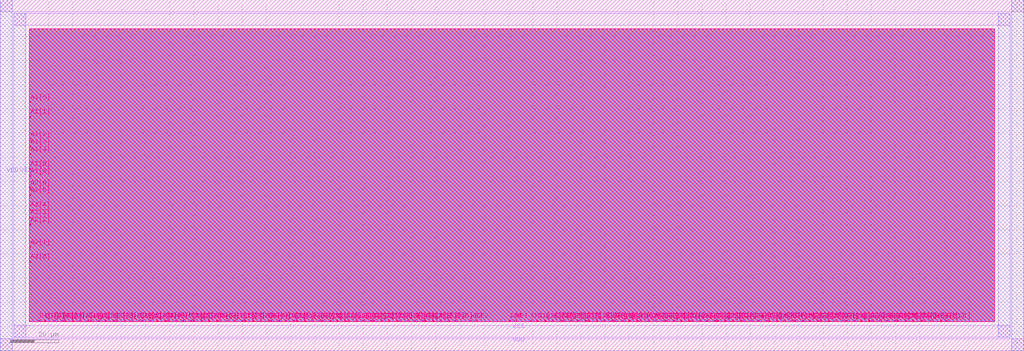
<source format=lef>
VERSION 5.6 ;
BUSBITCHARS "[]" ;
DIVIDERCHAR "/" ;

MACRO MEM2_128X32
  CLASS BLOCK ;
  ORIGIN 0 0 ;
  FOREIGN MEM2_128X32 0 0 ;
  SIZE 423.015 BY 145.035 ;
  SYMMETRY X Y R90 ;
  PIN A1[0]
    DIRECTION INPUT ;
    USE SIGNAL ;
    PORT
      LAYER Metal5 ;
        RECT 12 102.42 12.66 103.08 ;
      LAYER Metal6 ;
        RECT 12 102.42 12.66 103.08 ;
      LAYER Metal3 ;
        RECT 12 102.42 12.66 103.08 ;
      LAYER Metal4 ;
        RECT 12 102.42 12.66 103.08 ;
    END
  END A1[0]
  PIN A1[1]
    DIRECTION INPUT ;
    USE SIGNAL ;
    PORT
      LAYER Metal5 ;
        RECT 12 96.3 12.66 96.96 ;
      LAYER Metal6 ;
        RECT 12 96.3 12.66 96.96 ;
      LAYER Metal3 ;
        RECT 12 96.3 12.66 96.96 ;
      LAYER Metal4 ;
        RECT 12 96.3 12.66 96.96 ;
    END
  END A1[1]
  PIN A1[2]
    DIRECTION INPUT ;
    USE SIGNAL ;
    PORT
      LAYER Metal5 ;
        RECT 12 87.08 12.66 87.74 ;
      LAYER Metal6 ;
        RECT 12 87.08 12.66 87.74 ;
      LAYER Metal3 ;
        RECT 12 87.08 12.66 87.74 ;
      LAYER Metal4 ;
        RECT 12 87.08 12.66 87.74 ;
    END
  END A1[2]
  PIN A1[3]
    DIRECTION INPUT ;
    USE SIGNAL ;
    PORT
      LAYER Metal5 ;
        RECT 12 84.06 12.66 84.72 ;
      LAYER Metal6 ;
        RECT 12 84.06 12.66 84.72 ;
      LAYER Metal3 ;
        RECT 12 84.06 12.66 84.72 ;
      LAYER Metal4 ;
        RECT 12 84.06 12.66 84.72 ;
    END
  END A1[3]
  PIN A1[4]
    DIRECTION INPUT ;
    USE SIGNAL ;
    PORT
      LAYER Metal5 ;
        RECT 12 80.96 12.66 81.62 ;
      LAYER Metal6 ;
        RECT 12 80.96 12.66 81.62 ;
      LAYER Metal3 ;
        RECT 12 80.96 12.66 81.62 ;
      LAYER Metal4 ;
        RECT 12 80.96 12.66 81.62 ;
    END
  END A1[4]
  PIN A1[5]
    DIRECTION INPUT ;
    USE SIGNAL ;
    PORT
      LAYER Metal5 ;
        RECT 12 74.84 12.66 75.5 ;
      LAYER Metal6 ;
        RECT 12 74.84 12.66 75.5 ;
      LAYER Metal3 ;
        RECT 12 74.84 12.66 75.5 ;
      LAYER Metal4 ;
        RECT 12 74.84 12.66 75.5 ;
    END
  END A1[5]
  PIN A1[6]
    DIRECTION INPUT ;
    USE SIGNAL ;
    PORT
      LAYER Metal5 ;
        RECT 12 71.82 12.66 72.48 ;
      LAYER Metal6 ;
        RECT 12 71.82 12.66 72.48 ;
      LAYER Metal3 ;
        RECT 12 71.82 12.66 72.48 ;
      LAYER Metal4 ;
        RECT 12 71.82 12.66 72.48 ;
    END
  END A1[6]
  PIN A2[0]
    DIRECTION INPUT ;
    USE SIGNAL ;
    PORT
      LAYER Metal5 ;
        RECT 12 36.4 12.66 37.06 ;
      LAYER Metal6 ;
        RECT 12 36.4 12.66 37.06 ;
      LAYER Metal3 ;
        RECT 12 36.4 12.66 37.06 ;
      LAYER Metal4 ;
        RECT 12 36.4 12.66 37.06 ;
    END
  END A2[0]
  PIN A2[1]
    DIRECTION INPUT ;
    USE SIGNAL ;
    PORT
      LAYER Metal5 ;
        RECT 12 42.52 12.66 43.18 ;
      LAYER Metal6 ;
        RECT 12 42.52 12.66 43.18 ;
      LAYER Metal3 ;
        RECT 12 42.52 12.66 43.18 ;
      LAYER Metal4 ;
        RECT 12 42.52 12.66 43.18 ;
    END
  END A2[1]
  PIN A2[2]
    DIRECTION INPUT ;
    USE SIGNAL ;
    PORT
      LAYER Metal5 ;
        RECT 12 51.74 12.66 52.4 ;
      LAYER Metal6 ;
        RECT 12 51.74 12.66 52.4 ;
      LAYER Metal3 ;
        RECT 12 51.74 12.66 52.4 ;
      LAYER Metal4 ;
        RECT 12 51.74 12.66 52.4 ;
    END
  END A2[2]
  PIN A2[3]
    DIRECTION INPUT ;
    USE SIGNAL ;
    PORT
      LAYER Metal5 ;
        RECT 12 54.76 12.66 55.42 ;
      LAYER Metal6 ;
        RECT 12 54.76 12.66 55.42 ;
      LAYER Metal3 ;
        RECT 12 54.76 12.66 55.42 ;
      LAYER Metal4 ;
        RECT 12 54.76 12.66 55.42 ;
    END
  END A2[3]
  PIN A2[4]
    DIRECTION INPUT ;
    USE SIGNAL ;
    PORT
      LAYER Metal5 ;
        RECT 12 57.86 12.66 58.52 ;
      LAYER Metal6 ;
        RECT 12 57.86 12.66 58.52 ;
      LAYER Metal3 ;
        RECT 12 57.86 12.66 58.52 ;
      LAYER Metal4 ;
        RECT 12 57.86 12.66 58.52 ;
    END
  END A2[4]
  PIN A2[5]
    DIRECTION INPUT ;
    USE SIGNAL ;
    PORT
      LAYER Metal5 ;
        RECT 12 63.98 12.66 64.64 ;
      LAYER Metal6 ;
        RECT 12 63.98 12.66 64.64 ;
      LAYER Metal3 ;
        RECT 12 63.98 12.66 64.64 ;
      LAYER Metal4 ;
        RECT 12 63.98 12.66 64.64 ;
    END
  END A2[5]
  PIN A2[6]
    DIRECTION INPUT ;
    USE SIGNAL ;
    PORT
      LAYER Metal5 ;
        RECT 12 67 12.66 67.66 ;
      LAYER Metal6 ;
        RECT 12 67 12.66 67.66 ;
      LAYER Metal3 ;
        RECT 12 67 12.66 67.66 ;
      LAYER Metal4 ;
        RECT 12 67 12.66 67.66 ;
    END
  END A2[6]
  PIN CE1
    DIRECTION INPUT ;
    USE SIGNAL ;
    PORT
      LAYER Metal5 ;
        RECT 210.28 12 210.94 12.66 ;
      LAYER Metal6 ;
        RECT 210.28 12 210.94 12.66 ;
      LAYER Metal3 ;
        RECT 210.28 12 210.94 12.66 ;
      LAYER Metal4 ;
        RECT 210.28 12 210.94 12.66 ;
    END
  END CE1
  PIN CE2
    DIRECTION INPUT ;
    USE SIGNAL ;
    PORT
      LAYER Metal5 ;
        RECT 196.36 12 197.02 12.66 ;
      LAYER Metal6 ;
        RECT 196.36 12 197.02 12.66 ;
      LAYER Metal3 ;
        RECT 196.36 12 197.02 12.66 ;
      LAYER Metal4 ;
        RECT 196.36 12 197.02 12.66 ;
    END
  END CE2
  PIN CK1
    DIRECTION INPUT ;
    USE SIGNAL ;
    PORT
      LAYER Metal5 ;
        RECT 218.905 12 219.565 12.66 ;
      LAYER Metal6 ;
        RECT 218.905 12 219.565 12.66 ;
      LAYER Metal3 ;
        RECT 218.905 12 219.565 12.66 ;
      LAYER Metal4 ;
        RECT 218.905 12 219.565 12.66 ;
    END
  END CK1
  PIN CK2
    DIRECTION INPUT ;
    USE SIGNAL ;
    PORT
      LAYER Metal5 ;
        RECT 187.735 12 188.395 12.66 ;
      LAYER Metal6 ;
        RECT 187.735 12 188.395 12.66 ;
      LAYER Metal3 ;
        RECT 187.735 12 188.395 12.66 ;
      LAYER Metal4 ;
        RECT 187.735 12 188.395 12.66 ;
    END
  END CK2
  PIN D1[0]
    DIRECTION INPUT ;
    USE SIGNAL ;
    PORT
      LAYER Metal5 ;
        RECT 15.86 12 16.52 12.66 ;
      LAYER Metal6 ;
        RECT 15.86 12 16.52 12.66 ;
      LAYER Metal3 ;
        RECT 15.86 12 16.52 12.66 ;
      LAYER Metal4 ;
        RECT 15.86 12 16.52 12.66 ;
    END
  END D1[0]
  PIN D1[10]
    DIRECTION INPUT ;
    USE SIGNAL ;
    PORT
      LAYER Metal5 ;
        RECT 122.26 12 122.92 12.66 ;
      LAYER Metal6 ;
        RECT 122.26 12 122.92 12.66 ;
      LAYER Metal3 ;
        RECT 122.26 12 122.92 12.66 ;
      LAYER Metal4 ;
        RECT 122.26 12 122.92 12.66 ;
    END
  END D1[10]
  PIN D1[11]
    DIRECTION INPUT ;
    USE SIGNAL ;
    PORT
      LAYER Metal5 ;
        RECT 142.4 12 143.06 12.66 ;
      LAYER Metal6 ;
        RECT 142.4 12 143.06 12.66 ;
      LAYER Metal3 ;
        RECT 142.4 12 143.06 12.66 ;
      LAYER Metal4 ;
        RECT 142.4 12 143.06 12.66 ;
    END
  END D1[11]
  PIN D1[12]
    DIRECTION INPUT ;
    USE SIGNAL ;
    PORT
      LAYER Metal5 ;
        RECT 143.54 12 144.2 12.66 ;
      LAYER Metal6 ;
        RECT 143.54 12 144.2 12.66 ;
      LAYER Metal3 ;
        RECT 143.54 12 144.2 12.66 ;
      LAYER Metal4 ;
        RECT 143.54 12 144.2 12.66 ;
    END
  END D1[12]
  PIN D1[13]
    DIRECTION INPUT ;
    USE SIGNAL ;
    PORT
      LAYER Metal5 ;
        RECT 163.68 12 164.34 12.66 ;
      LAYER Metal6 ;
        RECT 163.68 12 164.34 12.66 ;
      LAYER Metal3 ;
        RECT 163.68 12 164.34 12.66 ;
      LAYER Metal4 ;
        RECT 163.68 12 164.34 12.66 ;
    END
  END D1[13]
  PIN D1[14]
    DIRECTION INPUT ;
    USE SIGNAL ;
    PORT
      LAYER Metal5 ;
        RECT 164.82 12 165.48 12.66 ;
      LAYER Metal6 ;
        RECT 164.82 12 165.48 12.66 ;
      LAYER Metal3 ;
        RECT 164.82 12 165.48 12.66 ;
      LAYER Metal4 ;
        RECT 164.82 12 165.48 12.66 ;
    END
  END D1[14]
  PIN D1[15]
    DIRECTION INPUT ;
    USE SIGNAL ;
    PORT
      LAYER Metal5 ;
        RECT 184.96 12 185.62 12.66 ;
      LAYER Metal6 ;
        RECT 184.96 12 185.62 12.66 ;
      LAYER Metal3 ;
        RECT 184.96 12 185.62 12.66 ;
      LAYER Metal4 ;
        RECT 184.96 12 185.62 12.66 ;
    END
  END D1[15]
  PIN D1[16]
    DIRECTION INPUT ;
    USE SIGNAL ;
    PORT
      LAYER Metal5 ;
        RECT 221.68 12 222.34 12.66 ;
      LAYER Metal6 ;
        RECT 221.68 12 222.34 12.66 ;
      LAYER Metal3 ;
        RECT 221.68 12 222.34 12.66 ;
      LAYER Metal4 ;
        RECT 221.68 12 222.34 12.66 ;
    END
  END D1[16]
  PIN D1[17]
    DIRECTION INPUT ;
    USE SIGNAL ;
    PORT
      LAYER Metal5 ;
        RECT 241.82 12 242.48 12.66 ;
      LAYER Metal6 ;
        RECT 241.82 12 242.48 12.66 ;
      LAYER Metal3 ;
        RECT 241.82 12 242.48 12.66 ;
      LAYER Metal4 ;
        RECT 241.82 12 242.48 12.66 ;
    END
  END D1[17]
  PIN D1[18]
    DIRECTION INPUT ;
    USE SIGNAL ;
    PORT
      LAYER Metal5 ;
        RECT 242.96 12 243.62 12.66 ;
      LAYER Metal6 ;
        RECT 242.96 12 243.62 12.66 ;
      LAYER Metal3 ;
        RECT 242.96 12 243.62 12.66 ;
      LAYER Metal4 ;
        RECT 242.96 12 243.62 12.66 ;
    END
  END D1[18]
  PIN D1[19]
    DIRECTION INPUT ;
    USE SIGNAL ;
    PORT
      LAYER Metal5 ;
        RECT 263.1 12 263.76 12.66 ;
      LAYER Metal6 ;
        RECT 263.1 12 263.76 12.66 ;
      LAYER Metal3 ;
        RECT 263.1 12 263.76 12.66 ;
      LAYER Metal4 ;
        RECT 263.1 12 263.76 12.66 ;
    END
  END D1[19]
  PIN D1[1]
    DIRECTION INPUT ;
    USE SIGNAL ;
    PORT
      LAYER Metal5 ;
        RECT 36 12 36.66 12.66 ;
      LAYER Metal6 ;
        RECT 36 12 36.66 12.66 ;
      LAYER Metal3 ;
        RECT 36 12 36.66 12.66 ;
      LAYER Metal4 ;
        RECT 36 12 36.66 12.66 ;
    END
  END D1[1]
  PIN D1[20]
    DIRECTION INPUT ;
    USE SIGNAL ;
    PORT
      LAYER Metal5 ;
        RECT 264.24 12 264.9 12.66 ;
      LAYER Metal6 ;
        RECT 264.24 12 264.9 12.66 ;
      LAYER Metal3 ;
        RECT 264.24 12 264.9 12.66 ;
      LAYER Metal4 ;
        RECT 264.24 12 264.9 12.66 ;
    END
  END D1[20]
  PIN D1[21]
    DIRECTION INPUT ;
    USE SIGNAL ;
    PORT
      LAYER Metal5 ;
        RECT 284.38 12 285.04 12.66 ;
      LAYER Metal6 ;
        RECT 284.38 12 285.04 12.66 ;
      LAYER Metal3 ;
        RECT 284.38 12 285.04 12.66 ;
      LAYER Metal4 ;
        RECT 284.38 12 285.04 12.66 ;
    END
  END D1[21]
  PIN D1[22]
    DIRECTION INPUT ;
    USE SIGNAL ;
    PORT
      LAYER Metal5 ;
        RECT 285.52 12 286.18 12.66 ;
      LAYER Metal6 ;
        RECT 285.52 12 286.18 12.66 ;
      LAYER Metal3 ;
        RECT 285.52 12 286.18 12.66 ;
      LAYER Metal4 ;
        RECT 285.52 12 286.18 12.66 ;
    END
  END D1[22]
  PIN D1[23]
    DIRECTION INPUT ;
    USE SIGNAL ;
    PORT
      LAYER Metal5 ;
        RECT 305.66 12 306.32 12.66 ;
      LAYER Metal6 ;
        RECT 305.66 12 306.32 12.66 ;
      LAYER Metal3 ;
        RECT 305.66 12 306.32 12.66 ;
      LAYER Metal4 ;
        RECT 305.66 12 306.32 12.66 ;
    END
  END D1[23]
  PIN D1[24]
    DIRECTION INPUT ;
    USE SIGNAL ;
    PORT
      LAYER Metal5 ;
        RECT 306.8 12 307.46 12.66 ;
      LAYER Metal6 ;
        RECT 306.8 12 307.46 12.66 ;
      LAYER Metal3 ;
        RECT 306.8 12 307.46 12.66 ;
      LAYER Metal4 ;
        RECT 306.8 12 307.46 12.66 ;
    END
  END D1[24]
  PIN D1[25]
    DIRECTION INPUT ;
    USE SIGNAL ;
    PORT
      LAYER Metal5 ;
        RECT 326.94 12 327.6 12.66 ;
      LAYER Metal6 ;
        RECT 326.94 12 327.6 12.66 ;
      LAYER Metal3 ;
        RECT 326.94 12 327.6 12.66 ;
      LAYER Metal4 ;
        RECT 326.94 12 327.6 12.66 ;
    END
  END D1[25]
  PIN D1[26]
    DIRECTION INPUT ;
    USE SIGNAL ;
    PORT
      LAYER Metal5 ;
        RECT 328.08 12 328.74 12.66 ;
      LAYER Metal6 ;
        RECT 328.08 12 328.74 12.66 ;
      LAYER Metal3 ;
        RECT 328.08 12 328.74 12.66 ;
      LAYER Metal4 ;
        RECT 328.08 12 328.74 12.66 ;
    END
  END D1[26]
  PIN D1[27]
    DIRECTION INPUT ;
    USE SIGNAL ;
    PORT
      LAYER Metal5 ;
        RECT 348.22 12 348.88 12.66 ;
      LAYER Metal6 ;
        RECT 348.22 12 348.88 12.66 ;
      LAYER Metal3 ;
        RECT 348.22 12 348.88 12.66 ;
      LAYER Metal4 ;
        RECT 348.22 12 348.88 12.66 ;
    END
  END D1[27]
  PIN D1[28]
    DIRECTION INPUT ;
    USE SIGNAL ;
    PORT
      LAYER Metal5 ;
        RECT 349.36 12 350.02 12.66 ;
      LAYER Metal6 ;
        RECT 349.36 12 350.02 12.66 ;
      LAYER Metal3 ;
        RECT 349.36 12 350.02 12.66 ;
      LAYER Metal4 ;
        RECT 349.36 12 350.02 12.66 ;
    END
  END D1[28]
  PIN D1[29]
    DIRECTION INPUT ;
    USE SIGNAL ;
    PORT
      LAYER Metal5 ;
        RECT 369.5 12 370.16 12.66 ;
      LAYER Metal6 ;
        RECT 369.5 12 370.16 12.66 ;
      LAYER Metal3 ;
        RECT 369.5 12 370.16 12.66 ;
      LAYER Metal4 ;
        RECT 369.5 12 370.16 12.66 ;
    END
  END D1[29]
  PIN D1[2]
    DIRECTION INPUT ;
    USE SIGNAL ;
    PORT
      LAYER Metal5 ;
        RECT 37.14 12 37.8 12.66 ;
      LAYER Metal6 ;
        RECT 37.14 12 37.8 12.66 ;
      LAYER Metal3 ;
        RECT 37.14 12 37.8 12.66 ;
      LAYER Metal4 ;
        RECT 37.14 12 37.8 12.66 ;
    END
  END D1[2]
  PIN D1[30]
    DIRECTION INPUT ;
    USE SIGNAL ;
    PORT
      LAYER Metal5 ;
        RECT 370.64 12 371.3 12.66 ;
      LAYER Metal6 ;
        RECT 370.64 12 371.3 12.66 ;
      LAYER Metal3 ;
        RECT 370.64 12 371.3 12.66 ;
      LAYER Metal4 ;
        RECT 370.64 12 371.3 12.66 ;
    END
  END D1[30]
  PIN D1[31]
    DIRECTION INPUT ;
    USE SIGNAL ;
    PORT
      LAYER Metal5 ;
        RECT 390.78 12 391.44 12.66 ;
      LAYER Metal6 ;
        RECT 390.78 12 391.44 12.66 ;
      LAYER Metal3 ;
        RECT 390.78 12 391.44 12.66 ;
      LAYER Metal4 ;
        RECT 390.78 12 391.44 12.66 ;
    END
  END D1[31]
  PIN D1[3]
    DIRECTION INPUT ;
    USE SIGNAL ;
    PORT
      LAYER Metal5 ;
        RECT 57.28 12 57.94 12.66 ;
      LAYER Metal6 ;
        RECT 57.28 12 57.94 12.66 ;
      LAYER Metal3 ;
        RECT 57.28 12 57.94 12.66 ;
      LAYER Metal4 ;
        RECT 57.28 12 57.94 12.66 ;
    END
  END D1[3]
  PIN D1[4]
    DIRECTION INPUT ;
    USE SIGNAL ;
    PORT
      LAYER Metal5 ;
        RECT 58.42 12 59.08 12.66 ;
      LAYER Metal6 ;
        RECT 58.42 12 59.08 12.66 ;
      LAYER Metal3 ;
        RECT 58.42 12 59.08 12.66 ;
      LAYER Metal4 ;
        RECT 58.42 12 59.08 12.66 ;
    END
  END D1[4]
  PIN D1[5]
    DIRECTION INPUT ;
    USE SIGNAL ;
    PORT
      LAYER Metal5 ;
        RECT 78.56 12 79.22 12.66 ;
      LAYER Metal6 ;
        RECT 78.56 12 79.22 12.66 ;
      LAYER Metal3 ;
        RECT 78.56 12 79.22 12.66 ;
      LAYER Metal4 ;
        RECT 78.56 12 79.22 12.66 ;
    END
  END D1[5]
  PIN D1[6]
    DIRECTION INPUT ;
    USE SIGNAL ;
    PORT
      LAYER Metal5 ;
        RECT 79.7 12 80.36 12.66 ;
      LAYER Metal6 ;
        RECT 79.7 12 80.36 12.66 ;
      LAYER Metal3 ;
        RECT 79.7 12 80.36 12.66 ;
      LAYER Metal4 ;
        RECT 79.7 12 80.36 12.66 ;
    END
  END D1[6]
  PIN D1[7]
    DIRECTION INPUT ;
    USE SIGNAL ;
    PORT
      LAYER Metal5 ;
        RECT 99.84 12 100.5 12.66 ;
      LAYER Metal6 ;
        RECT 99.84 12 100.5 12.66 ;
      LAYER Metal3 ;
        RECT 99.84 12 100.5 12.66 ;
      LAYER Metal4 ;
        RECT 99.84 12 100.5 12.66 ;
    END
  END D1[7]
  PIN D1[8]
    DIRECTION INPUT ;
    USE SIGNAL ;
    PORT
      LAYER Metal5 ;
        RECT 100.98 12 101.64 12.66 ;
      LAYER Metal6 ;
        RECT 100.98 12 101.64 12.66 ;
      LAYER Metal3 ;
        RECT 100.98 12 101.64 12.66 ;
      LAYER Metal4 ;
        RECT 100.98 12 101.64 12.66 ;
    END
  END D1[8]
  PIN D1[9]
    DIRECTION INPUT ;
    USE SIGNAL ;
    PORT
      LAYER Metal5 ;
        RECT 121.12 12 121.78 12.66 ;
      LAYER Metal6 ;
        RECT 121.12 12 121.78 12.66 ;
      LAYER Metal3 ;
        RECT 121.12 12 121.78 12.66 ;
      LAYER Metal4 ;
        RECT 121.12 12 121.78 12.66 ;
    END
  END D1[9]
  PIN D2[0]
    DIRECTION INPUT ;
    USE SIGNAL ;
    PORT
      LAYER Metal5 ;
        RECT 25.36 12 26.02 12.66 ;
      LAYER Metal6 ;
        RECT 25.36 12 26.02 12.66 ;
      LAYER Metal3 ;
        RECT 25.36 12 26.02 12.66 ;
      LAYER Metal4 ;
        RECT 25.36 12 26.02 12.66 ;
    END
  END D2[0]
  PIN D2[10]
    DIRECTION INPUT ;
    USE SIGNAL ;
    PORT
      LAYER Metal5 ;
        RECT 131.76 12 132.42 12.66 ;
      LAYER Metal6 ;
        RECT 131.76 12 132.42 12.66 ;
      LAYER Metal3 ;
        RECT 131.76 12 132.42 12.66 ;
      LAYER Metal4 ;
        RECT 131.76 12 132.42 12.66 ;
    END
  END D2[10]
  PIN D2[11]
    DIRECTION INPUT ;
    USE SIGNAL ;
    PORT
      LAYER Metal5 ;
        RECT 132.9 12 133.56 12.66 ;
      LAYER Metal6 ;
        RECT 132.9 12 133.56 12.66 ;
      LAYER Metal3 ;
        RECT 132.9 12 133.56 12.66 ;
      LAYER Metal4 ;
        RECT 132.9 12 133.56 12.66 ;
    END
  END D2[11]
  PIN D2[12]
    DIRECTION INPUT ;
    USE SIGNAL ;
    PORT
      LAYER Metal5 ;
        RECT 153.04 12 153.7 12.66 ;
      LAYER Metal6 ;
        RECT 153.04 12 153.7 12.66 ;
      LAYER Metal3 ;
        RECT 153.04 12 153.7 12.66 ;
      LAYER Metal4 ;
        RECT 153.04 12 153.7 12.66 ;
    END
  END D2[12]
  PIN D2[13]
    DIRECTION INPUT ;
    USE SIGNAL ;
    PORT
      LAYER Metal5 ;
        RECT 154.18 12 154.84 12.66 ;
      LAYER Metal6 ;
        RECT 154.18 12 154.84 12.66 ;
      LAYER Metal3 ;
        RECT 154.18 12 154.84 12.66 ;
      LAYER Metal4 ;
        RECT 154.18 12 154.84 12.66 ;
    END
  END D2[13]
  PIN D2[14]
    DIRECTION INPUT ;
    USE SIGNAL ;
    PORT
      LAYER Metal5 ;
        RECT 174.32 12 174.98 12.66 ;
      LAYER Metal6 ;
        RECT 174.32 12 174.98 12.66 ;
      LAYER Metal3 ;
        RECT 174.32 12 174.98 12.66 ;
      LAYER Metal4 ;
        RECT 174.32 12 174.98 12.66 ;
    END
  END D2[14]
  PIN D2[15]
    DIRECTION INPUT ;
    USE SIGNAL ;
    PORT
      LAYER Metal5 ;
        RECT 175.46 12 176.12 12.66 ;
      LAYER Metal6 ;
        RECT 175.46 12 176.12 12.66 ;
      LAYER Metal3 ;
        RECT 175.46 12 176.12 12.66 ;
      LAYER Metal4 ;
        RECT 175.46 12 176.12 12.66 ;
    END
  END D2[15]
  PIN D2[16]
    DIRECTION INPUT ;
    USE SIGNAL ;
    PORT
      LAYER Metal5 ;
        RECT 231.18 12 231.84 12.66 ;
      LAYER Metal6 ;
        RECT 231.18 12 231.84 12.66 ;
      LAYER Metal3 ;
        RECT 231.18 12 231.84 12.66 ;
      LAYER Metal4 ;
        RECT 231.18 12 231.84 12.66 ;
    END
  END D2[16]
  PIN D2[17]
    DIRECTION INPUT ;
    USE SIGNAL ;
    PORT
      LAYER Metal5 ;
        RECT 232.32 12 232.98 12.66 ;
      LAYER Metal6 ;
        RECT 232.32 12 232.98 12.66 ;
      LAYER Metal3 ;
        RECT 232.32 12 232.98 12.66 ;
      LAYER Metal4 ;
        RECT 232.32 12 232.98 12.66 ;
    END
  END D2[17]
  PIN D2[18]
    DIRECTION INPUT ;
    USE SIGNAL ;
    PORT
      LAYER Metal5 ;
        RECT 252.46 12 253.12 12.66 ;
      LAYER Metal6 ;
        RECT 252.46 12 253.12 12.66 ;
      LAYER Metal3 ;
        RECT 252.46 12 253.12 12.66 ;
      LAYER Metal4 ;
        RECT 252.46 12 253.12 12.66 ;
    END
  END D2[18]
  PIN D2[19]
    DIRECTION INPUT ;
    USE SIGNAL ;
    PORT
      LAYER Metal5 ;
        RECT 253.6 12 254.26 12.66 ;
      LAYER Metal6 ;
        RECT 253.6 12 254.26 12.66 ;
      LAYER Metal3 ;
        RECT 253.6 12 254.26 12.66 ;
      LAYER Metal4 ;
        RECT 253.6 12 254.26 12.66 ;
    END
  END D2[19]
  PIN D2[1]
    DIRECTION INPUT ;
    USE SIGNAL ;
    PORT
      LAYER Metal5 ;
        RECT 26.5 12 27.16 12.66 ;
      LAYER Metal6 ;
        RECT 26.5 12 27.16 12.66 ;
      LAYER Metal3 ;
        RECT 26.5 12 27.16 12.66 ;
      LAYER Metal4 ;
        RECT 26.5 12 27.16 12.66 ;
    END
  END D2[1]
  PIN D2[20]
    DIRECTION INPUT ;
    USE SIGNAL ;
    PORT
      LAYER Metal5 ;
        RECT 273.74 12 274.4 12.66 ;
      LAYER Metal6 ;
        RECT 273.74 12 274.4 12.66 ;
      LAYER Metal3 ;
        RECT 273.74 12 274.4 12.66 ;
      LAYER Metal4 ;
        RECT 273.74 12 274.4 12.66 ;
    END
  END D2[20]
  PIN D2[21]
    DIRECTION INPUT ;
    USE SIGNAL ;
    PORT
      LAYER Metal5 ;
        RECT 274.88 12 275.54 12.66 ;
      LAYER Metal6 ;
        RECT 274.88 12 275.54 12.66 ;
      LAYER Metal3 ;
        RECT 274.88 12 275.54 12.66 ;
      LAYER Metal4 ;
        RECT 274.88 12 275.54 12.66 ;
    END
  END D2[21]
  PIN D2[22]
    DIRECTION INPUT ;
    USE SIGNAL ;
    PORT
      LAYER Metal5 ;
        RECT 295.02 12 295.68 12.66 ;
      LAYER Metal6 ;
        RECT 295.02 12 295.68 12.66 ;
      LAYER Metal3 ;
        RECT 295.02 12 295.68 12.66 ;
      LAYER Metal4 ;
        RECT 295.02 12 295.68 12.66 ;
    END
  END D2[22]
  PIN D2[23]
    DIRECTION INPUT ;
    USE SIGNAL ;
    PORT
      LAYER Metal5 ;
        RECT 296.16 12 296.82 12.66 ;
      LAYER Metal6 ;
        RECT 296.16 12 296.82 12.66 ;
      LAYER Metal3 ;
        RECT 296.16 12 296.82 12.66 ;
      LAYER Metal4 ;
        RECT 296.16 12 296.82 12.66 ;
    END
  END D2[23]
  PIN D2[24]
    DIRECTION INPUT ;
    USE SIGNAL ;
    PORT
      LAYER Metal5 ;
        RECT 316.3 12 316.96 12.66 ;
      LAYER Metal6 ;
        RECT 316.3 12 316.96 12.66 ;
      LAYER Metal3 ;
        RECT 316.3 12 316.96 12.66 ;
      LAYER Metal4 ;
        RECT 316.3 12 316.96 12.66 ;
    END
  END D2[24]
  PIN D2[25]
    DIRECTION INPUT ;
    USE SIGNAL ;
    PORT
      LAYER Metal5 ;
        RECT 317.44 12 318.1 12.66 ;
      LAYER Metal6 ;
        RECT 317.44 12 318.1 12.66 ;
      LAYER Metal3 ;
        RECT 317.44 12 318.1 12.66 ;
      LAYER Metal4 ;
        RECT 317.44 12 318.1 12.66 ;
    END
  END D2[25]
  PIN D2[26]
    DIRECTION INPUT ;
    USE SIGNAL ;
    PORT
      LAYER Metal5 ;
        RECT 337.58 12 338.24 12.66 ;
      LAYER Metal6 ;
        RECT 337.58 12 338.24 12.66 ;
      LAYER Metal3 ;
        RECT 337.58 12 338.24 12.66 ;
      LAYER Metal4 ;
        RECT 337.58 12 338.24 12.66 ;
    END
  END D2[26]
  PIN D2[27]
    DIRECTION INPUT ;
    USE SIGNAL ;
    PORT
      LAYER Metal5 ;
        RECT 338.72 12 339.38 12.66 ;
      LAYER Metal6 ;
        RECT 338.72 12 339.38 12.66 ;
      LAYER Metal3 ;
        RECT 338.72 12 339.38 12.66 ;
      LAYER Metal4 ;
        RECT 338.72 12 339.38 12.66 ;
    END
  END D2[27]
  PIN D2[28]
    DIRECTION INPUT ;
    USE SIGNAL ;
    PORT
      LAYER Metal5 ;
        RECT 358.86 12 359.52 12.66 ;
      LAYER Metal6 ;
        RECT 358.86 12 359.52 12.66 ;
      LAYER Metal3 ;
        RECT 358.86 12 359.52 12.66 ;
      LAYER Metal4 ;
        RECT 358.86 12 359.52 12.66 ;
    END
  END D2[28]
  PIN D2[29]
    DIRECTION INPUT ;
    USE SIGNAL ;
    PORT
      LAYER Metal5 ;
        RECT 360 12 360.66 12.66 ;
      LAYER Metal6 ;
        RECT 360 12 360.66 12.66 ;
      LAYER Metal3 ;
        RECT 360 12 360.66 12.66 ;
      LAYER Metal4 ;
        RECT 360 12 360.66 12.66 ;
    END
  END D2[29]
  PIN D2[2]
    DIRECTION INPUT ;
    USE SIGNAL ;
    PORT
      LAYER Metal5 ;
        RECT 46.64 12 47.3 12.66 ;
      LAYER Metal6 ;
        RECT 46.64 12 47.3 12.66 ;
      LAYER Metal3 ;
        RECT 46.64 12 47.3 12.66 ;
      LAYER Metal4 ;
        RECT 46.64 12 47.3 12.66 ;
    END
  END D2[2]
  PIN D2[30]
    DIRECTION INPUT ;
    USE SIGNAL ;
    PORT
      LAYER Metal5 ;
        RECT 380.14 12 380.8 12.66 ;
      LAYER Metal6 ;
        RECT 380.14 12 380.8 12.66 ;
      LAYER Metal3 ;
        RECT 380.14 12 380.8 12.66 ;
      LAYER Metal4 ;
        RECT 380.14 12 380.8 12.66 ;
    END
  END D2[30]
  PIN D2[31]
    DIRECTION INPUT ;
    USE SIGNAL ;
    PORT
      LAYER Metal5 ;
        RECT 381.28 12 381.94 12.66 ;
      LAYER Metal6 ;
        RECT 381.28 12 381.94 12.66 ;
      LAYER Metal3 ;
        RECT 381.28 12 381.94 12.66 ;
      LAYER Metal4 ;
        RECT 381.28 12 381.94 12.66 ;
    END
  END D2[31]
  PIN D2[3]
    DIRECTION INPUT ;
    USE SIGNAL ;
    PORT
      LAYER Metal5 ;
        RECT 47.78 12 48.44 12.66 ;
      LAYER Metal6 ;
        RECT 47.78 12 48.44 12.66 ;
      LAYER Metal3 ;
        RECT 47.78 12 48.44 12.66 ;
      LAYER Metal4 ;
        RECT 47.78 12 48.44 12.66 ;
    END
  END D2[3]
  PIN D2[4]
    DIRECTION INPUT ;
    USE SIGNAL ;
    PORT
      LAYER Metal5 ;
        RECT 67.92 12 68.58 12.66 ;
      LAYER Metal6 ;
        RECT 67.92 12 68.58 12.66 ;
      LAYER Metal3 ;
        RECT 67.92 12 68.58 12.66 ;
      LAYER Metal4 ;
        RECT 67.92 12 68.58 12.66 ;
    END
  END D2[4]
  PIN D2[5]
    DIRECTION INPUT ;
    USE SIGNAL ;
    PORT
      LAYER Metal5 ;
        RECT 69.06 12 69.72 12.66 ;
      LAYER Metal6 ;
        RECT 69.06 12 69.72 12.66 ;
      LAYER Metal3 ;
        RECT 69.06 12 69.72 12.66 ;
      LAYER Metal4 ;
        RECT 69.06 12 69.72 12.66 ;
    END
  END D2[5]
  PIN D2[6]
    DIRECTION INPUT ;
    USE SIGNAL ;
    PORT
      LAYER Metal5 ;
        RECT 89.2 12 89.86 12.66 ;
      LAYER Metal6 ;
        RECT 89.2 12 89.86 12.66 ;
      LAYER Metal3 ;
        RECT 89.2 12 89.86 12.66 ;
      LAYER Metal4 ;
        RECT 89.2 12 89.86 12.66 ;
    END
  END D2[6]
  PIN D2[7]
    DIRECTION INPUT ;
    USE SIGNAL ;
    PORT
      LAYER Metal5 ;
        RECT 90.34 12 91 12.66 ;
      LAYER Metal6 ;
        RECT 90.34 12 91 12.66 ;
      LAYER Metal3 ;
        RECT 90.34 12 91 12.66 ;
      LAYER Metal4 ;
        RECT 90.34 12 91 12.66 ;
    END
  END D2[7]
  PIN D2[8]
    DIRECTION INPUT ;
    USE SIGNAL ;
    PORT
      LAYER Metal5 ;
        RECT 110.48 12 111.14 12.66 ;
      LAYER Metal6 ;
        RECT 110.48 12 111.14 12.66 ;
      LAYER Metal3 ;
        RECT 110.48 12 111.14 12.66 ;
      LAYER Metal4 ;
        RECT 110.48 12 111.14 12.66 ;
    END
  END D2[8]
  PIN D2[9]
    DIRECTION INPUT ;
    USE SIGNAL ;
    PORT
      LAYER Metal5 ;
        RECT 111.62 12 112.28 12.66 ;
      LAYER Metal6 ;
        RECT 111.62 12 112.28 12.66 ;
      LAYER Metal3 ;
        RECT 111.62 12 112.28 12.66 ;
      LAYER Metal4 ;
        RECT 111.62 12 112.28 12.66 ;
    END
  END D2[9]
  PIN Q1[0]
    DIRECTION OUTPUT ;
    USE SIGNAL ;
    PORT
      LAYER Metal5 ;
        RECT 18.28 12 18.94 12.66 ;
      LAYER Metal6 ;
        RECT 18.28 12 18.94 12.66 ;
      LAYER Metal3 ;
        RECT 18.28 12 18.94 12.66 ;
      LAYER Metal4 ;
        RECT 18.28 12 18.94 12.66 ;
    END
  END Q1[0]
  PIN Q1[10]
    DIRECTION OUTPUT ;
    USE SIGNAL ;
    PORT
      LAYER Metal5 ;
        RECT 125.56 12 126.22 12.66 ;
      LAYER Metal6 ;
        RECT 125.56 12 126.22 12.66 ;
      LAYER Metal3 ;
        RECT 125.56 12 126.22 12.66 ;
      LAYER Metal4 ;
        RECT 125.56 12 126.22 12.66 ;
    END
  END Q1[10]
  PIN Q1[11]
    DIRECTION OUTPUT ;
    USE SIGNAL ;
    PORT
      LAYER Metal5 ;
        RECT 139.1 12 139.76 12.66 ;
      LAYER Metal6 ;
        RECT 139.1 12 139.76 12.66 ;
      LAYER Metal3 ;
        RECT 139.1 12 139.76 12.66 ;
      LAYER Metal4 ;
        RECT 139.1 12 139.76 12.66 ;
    END
  END Q1[11]
  PIN Q1[12]
    DIRECTION OUTPUT ;
    USE SIGNAL ;
    PORT
      LAYER Metal5 ;
        RECT 146.84 12 147.5 12.66 ;
      LAYER Metal6 ;
        RECT 146.84 12 147.5 12.66 ;
      LAYER Metal3 ;
        RECT 146.84 12 147.5 12.66 ;
      LAYER Metal4 ;
        RECT 146.84 12 147.5 12.66 ;
    END
  END Q1[12]
  PIN Q1[13]
    DIRECTION OUTPUT ;
    USE SIGNAL ;
    PORT
      LAYER Metal5 ;
        RECT 160.38 12 161.04 12.66 ;
      LAYER Metal6 ;
        RECT 160.38 12 161.04 12.66 ;
      LAYER Metal3 ;
        RECT 160.38 12 161.04 12.66 ;
      LAYER Metal4 ;
        RECT 160.38 12 161.04 12.66 ;
    END
  END Q1[13]
  PIN Q1[14]
    DIRECTION OUTPUT ;
    USE SIGNAL ;
    PORT
      LAYER Metal5 ;
        RECT 168.12 12 168.78 12.66 ;
      LAYER Metal6 ;
        RECT 168.12 12 168.78 12.66 ;
      LAYER Metal3 ;
        RECT 168.12 12 168.78 12.66 ;
      LAYER Metal4 ;
        RECT 168.12 12 168.78 12.66 ;
    END
  END Q1[14]
  PIN Q1[15]
    DIRECTION OUTPUT ;
    USE SIGNAL ;
    PORT
      LAYER Metal5 ;
        RECT 181.66 12 182.32 12.66 ;
      LAYER Metal6 ;
        RECT 181.66 12 182.32 12.66 ;
      LAYER Metal3 ;
        RECT 181.66 12 182.32 12.66 ;
      LAYER Metal4 ;
        RECT 181.66 12 182.32 12.66 ;
    END
  END Q1[15]
  PIN Q1[16]
    DIRECTION OUTPUT ;
    USE SIGNAL ;
    PORT
      LAYER Metal5 ;
        RECT 224.98 12 225.64 12.66 ;
      LAYER Metal6 ;
        RECT 224.98 12 225.64 12.66 ;
      LAYER Metal3 ;
        RECT 224.98 12 225.64 12.66 ;
      LAYER Metal4 ;
        RECT 224.98 12 225.64 12.66 ;
    END
  END Q1[16]
  PIN Q1[17]
    DIRECTION OUTPUT ;
    USE SIGNAL ;
    PORT
      LAYER Metal5 ;
        RECT 238.52 12 239.18 12.66 ;
      LAYER Metal6 ;
        RECT 238.52 12 239.18 12.66 ;
      LAYER Metal3 ;
        RECT 238.52 12 239.18 12.66 ;
      LAYER Metal4 ;
        RECT 238.52 12 239.18 12.66 ;
    END
  END Q1[17]
  PIN Q1[18]
    DIRECTION OUTPUT ;
    USE SIGNAL ;
    PORT
      LAYER Metal5 ;
        RECT 246.26 12 246.92 12.66 ;
      LAYER Metal6 ;
        RECT 246.26 12 246.92 12.66 ;
      LAYER Metal3 ;
        RECT 246.26 12 246.92 12.66 ;
      LAYER Metal4 ;
        RECT 246.26 12 246.92 12.66 ;
    END
  END Q1[18]
  PIN Q1[19]
    DIRECTION OUTPUT ;
    USE SIGNAL ;
    PORT
      LAYER Metal5 ;
        RECT 259.8 12 260.46 12.66 ;
      LAYER Metal6 ;
        RECT 259.8 12 260.46 12.66 ;
      LAYER Metal3 ;
        RECT 259.8 12 260.46 12.66 ;
      LAYER Metal4 ;
        RECT 259.8 12 260.46 12.66 ;
    END
  END Q1[19]
  PIN Q1[1]
    DIRECTION OUTPUT ;
    USE SIGNAL ;
    PORT
      LAYER Metal5 ;
        RECT 32.7 12 33.36 12.66 ;
      LAYER Metal6 ;
        RECT 32.7 12 33.36 12.66 ;
      LAYER Metal3 ;
        RECT 32.7 12 33.36 12.66 ;
      LAYER Metal4 ;
        RECT 32.7 12 33.36 12.66 ;
    END
  END Q1[1]
  PIN Q1[20]
    DIRECTION OUTPUT ;
    USE SIGNAL ;
    PORT
      LAYER Metal5 ;
        RECT 267.54 12 268.2 12.66 ;
      LAYER Metal6 ;
        RECT 267.54 12 268.2 12.66 ;
      LAYER Metal3 ;
        RECT 267.54 12 268.2 12.66 ;
      LAYER Metal4 ;
        RECT 267.54 12 268.2 12.66 ;
    END
  END Q1[20]
  PIN Q1[21]
    DIRECTION OUTPUT ;
    USE SIGNAL ;
    PORT
      LAYER Metal5 ;
        RECT 281.08 12 281.74 12.66 ;
      LAYER Metal6 ;
        RECT 281.08 12 281.74 12.66 ;
      LAYER Metal3 ;
        RECT 281.08 12 281.74 12.66 ;
      LAYER Metal4 ;
        RECT 281.08 12 281.74 12.66 ;
    END
  END Q1[21]
  PIN Q1[22]
    DIRECTION OUTPUT ;
    USE SIGNAL ;
    PORT
      LAYER Metal5 ;
        RECT 288.82 12 289.48 12.66 ;
      LAYER Metal6 ;
        RECT 288.82 12 289.48 12.66 ;
      LAYER Metal3 ;
        RECT 288.82 12 289.48 12.66 ;
      LAYER Metal4 ;
        RECT 288.82 12 289.48 12.66 ;
    END
  END Q1[22]
  PIN Q1[23]
    DIRECTION OUTPUT ;
    USE SIGNAL ;
    PORT
      LAYER Metal5 ;
        RECT 302.36 12 303.02 12.66 ;
      LAYER Metal6 ;
        RECT 302.36 12 303.02 12.66 ;
      LAYER Metal3 ;
        RECT 302.36 12 303.02 12.66 ;
      LAYER Metal4 ;
        RECT 302.36 12 303.02 12.66 ;
    END
  END Q1[23]
  PIN Q1[24]
    DIRECTION OUTPUT ;
    USE SIGNAL ;
    PORT
      LAYER Metal5 ;
        RECT 310.1 12 310.76 12.66 ;
      LAYER Metal6 ;
        RECT 310.1 12 310.76 12.66 ;
      LAYER Metal3 ;
        RECT 310.1 12 310.76 12.66 ;
      LAYER Metal4 ;
        RECT 310.1 12 310.76 12.66 ;
    END
  END Q1[24]
  PIN Q1[25]
    DIRECTION OUTPUT ;
    USE SIGNAL ;
    PORT
      LAYER Metal5 ;
        RECT 323.64 12 324.3 12.66 ;
      LAYER Metal6 ;
        RECT 323.64 12 324.3 12.66 ;
      LAYER Metal3 ;
        RECT 323.64 12 324.3 12.66 ;
      LAYER Metal4 ;
        RECT 323.64 12 324.3 12.66 ;
    END
  END Q1[25]
  PIN Q1[26]
    DIRECTION OUTPUT ;
    USE SIGNAL ;
    PORT
      LAYER Metal5 ;
        RECT 331.38 12 332.04 12.66 ;
      LAYER Metal6 ;
        RECT 331.38 12 332.04 12.66 ;
      LAYER Metal3 ;
        RECT 331.38 12 332.04 12.66 ;
      LAYER Metal4 ;
        RECT 331.38 12 332.04 12.66 ;
    END
  END Q1[26]
  PIN Q1[27]
    DIRECTION OUTPUT ;
    USE SIGNAL ;
    PORT
      LAYER Metal5 ;
        RECT 344.92 12 345.58 12.66 ;
      LAYER Metal6 ;
        RECT 344.92 12 345.58 12.66 ;
      LAYER Metal3 ;
        RECT 344.92 12 345.58 12.66 ;
      LAYER Metal4 ;
        RECT 344.92 12 345.58 12.66 ;
    END
  END Q1[27]
  PIN Q1[28]
    DIRECTION OUTPUT ;
    USE SIGNAL ;
    PORT
      LAYER Metal5 ;
        RECT 352.66 12 353.32 12.66 ;
      LAYER Metal6 ;
        RECT 352.66 12 353.32 12.66 ;
      LAYER Metal3 ;
        RECT 352.66 12 353.32 12.66 ;
      LAYER Metal4 ;
        RECT 352.66 12 353.32 12.66 ;
    END
  END Q1[28]
  PIN Q1[29]
    DIRECTION OUTPUT ;
    USE SIGNAL ;
    PORT
      LAYER Metal5 ;
        RECT 366.2 12 366.86 12.66 ;
      LAYER Metal6 ;
        RECT 366.2 12 366.86 12.66 ;
      LAYER Metal3 ;
        RECT 366.2 12 366.86 12.66 ;
      LAYER Metal4 ;
        RECT 366.2 12 366.86 12.66 ;
    END
  END Q1[29]
  PIN Q1[2]
    DIRECTION OUTPUT ;
    USE SIGNAL ;
    PORT
      LAYER Metal5 ;
        RECT 40.44 12 41.1 12.66 ;
      LAYER Metal6 ;
        RECT 40.44 12 41.1 12.66 ;
      LAYER Metal3 ;
        RECT 40.44 12 41.1 12.66 ;
      LAYER Metal4 ;
        RECT 40.44 12 41.1 12.66 ;
    END
  END Q1[2]
  PIN Q1[30]
    DIRECTION OUTPUT ;
    USE SIGNAL ;
    PORT
      LAYER Metal5 ;
        RECT 373.94 12 374.6 12.66 ;
      LAYER Metal6 ;
        RECT 373.94 12 374.6 12.66 ;
      LAYER Metal3 ;
        RECT 373.94 12 374.6 12.66 ;
      LAYER Metal4 ;
        RECT 373.94 12 374.6 12.66 ;
    END
  END Q1[30]
  PIN Q1[31]
    DIRECTION OUTPUT ;
    USE SIGNAL ;
    PORT
      LAYER Metal5 ;
        RECT 388.36 12 389.02 12.66 ;
      LAYER Metal6 ;
        RECT 388.36 12 389.02 12.66 ;
      LAYER Metal3 ;
        RECT 388.36 12 389.02 12.66 ;
      LAYER Metal4 ;
        RECT 388.36 12 389.02 12.66 ;
    END
  END Q1[31]
  PIN Q1[3]
    DIRECTION OUTPUT ;
    USE SIGNAL ;
    PORT
      LAYER Metal5 ;
        RECT 53.98 12 54.64 12.66 ;
      LAYER Metal6 ;
        RECT 53.98 12 54.64 12.66 ;
      LAYER Metal3 ;
        RECT 53.98 12 54.64 12.66 ;
      LAYER Metal4 ;
        RECT 53.98 12 54.64 12.66 ;
    END
  END Q1[3]
  PIN Q1[4]
    DIRECTION OUTPUT ;
    USE SIGNAL ;
    PORT
      LAYER Metal5 ;
        RECT 61.72 12 62.38 12.66 ;
      LAYER Metal6 ;
        RECT 61.72 12 62.38 12.66 ;
      LAYER Metal3 ;
        RECT 61.72 12 62.38 12.66 ;
      LAYER Metal4 ;
        RECT 61.72 12 62.38 12.66 ;
    END
  END Q1[4]
  PIN Q1[5]
    DIRECTION OUTPUT ;
    USE SIGNAL ;
    PORT
      LAYER Metal5 ;
        RECT 75.26 12 75.92 12.66 ;
      LAYER Metal6 ;
        RECT 75.26 12 75.92 12.66 ;
      LAYER Metal3 ;
        RECT 75.26 12 75.92 12.66 ;
      LAYER Metal4 ;
        RECT 75.26 12 75.92 12.66 ;
    END
  END Q1[5]
  PIN Q1[6]
    DIRECTION OUTPUT ;
    USE SIGNAL ;
    PORT
      LAYER Metal5 ;
        RECT 83 12 83.66 12.66 ;
      LAYER Metal6 ;
        RECT 83 12 83.66 12.66 ;
      LAYER Metal3 ;
        RECT 83 12 83.66 12.66 ;
      LAYER Metal4 ;
        RECT 83 12 83.66 12.66 ;
    END
  END Q1[6]
  PIN Q1[7]
    DIRECTION OUTPUT ;
    USE SIGNAL ;
    PORT
      LAYER Metal5 ;
        RECT 96.54 12 97.2 12.66 ;
      LAYER Metal6 ;
        RECT 96.54 12 97.2 12.66 ;
      LAYER Metal3 ;
        RECT 96.54 12 97.2 12.66 ;
      LAYER Metal4 ;
        RECT 96.54 12 97.2 12.66 ;
    END
  END Q1[7]
  PIN Q1[8]
    DIRECTION OUTPUT ;
    USE SIGNAL ;
    PORT
      LAYER Metal5 ;
        RECT 104.28 12 104.94 12.66 ;
      LAYER Metal6 ;
        RECT 104.28 12 104.94 12.66 ;
      LAYER Metal3 ;
        RECT 104.28 12 104.94 12.66 ;
      LAYER Metal4 ;
        RECT 104.28 12 104.94 12.66 ;
    END
  END Q1[8]
  PIN Q1[9]
    DIRECTION OUTPUT ;
    USE SIGNAL ;
    PORT
      LAYER Metal5 ;
        RECT 117.82 12 118.48 12.66 ;
      LAYER Metal6 ;
        RECT 117.82 12 118.48 12.66 ;
      LAYER Metal3 ;
        RECT 117.82 12 118.48 12.66 ;
      LAYER Metal4 ;
        RECT 117.82 12 118.48 12.66 ;
    END
  END Q1[9]
  PIN Q2[0]
    DIRECTION OUTPUT ;
    USE SIGNAL ;
    PORT
      LAYER Metal5 ;
        RECT 22.06 12 22.72 12.66 ;
      LAYER Metal6 ;
        RECT 22.06 12 22.72 12.66 ;
      LAYER Metal3 ;
        RECT 22.06 12 22.72 12.66 ;
      LAYER Metal4 ;
        RECT 22.06 12 22.72 12.66 ;
    END
  END Q2[0]
  PIN Q2[10]
    DIRECTION OUTPUT ;
    USE SIGNAL ;
    PORT
      LAYER Metal5 ;
        RECT 128.46 12 129.12 12.66 ;
      LAYER Metal6 ;
        RECT 128.46 12 129.12 12.66 ;
      LAYER Metal3 ;
        RECT 128.46 12 129.12 12.66 ;
      LAYER Metal4 ;
        RECT 128.46 12 129.12 12.66 ;
    END
  END Q2[10]
  PIN Q2[11]
    DIRECTION OUTPUT ;
    USE SIGNAL ;
    PORT
      LAYER Metal5 ;
        RECT 136.2 12 136.86 12.66 ;
      LAYER Metal6 ;
        RECT 136.2 12 136.86 12.66 ;
      LAYER Metal3 ;
        RECT 136.2 12 136.86 12.66 ;
      LAYER Metal4 ;
        RECT 136.2 12 136.86 12.66 ;
    END
  END Q2[11]
  PIN Q2[12]
    DIRECTION OUTPUT ;
    USE SIGNAL ;
    PORT
      LAYER Metal5 ;
        RECT 149.74 12 150.4 12.66 ;
      LAYER Metal6 ;
        RECT 149.74 12 150.4 12.66 ;
      LAYER Metal3 ;
        RECT 149.74 12 150.4 12.66 ;
      LAYER Metal4 ;
        RECT 149.74 12 150.4 12.66 ;
    END
  END Q2[12]
  PIN Q2[13]
    DIRECTION OUTPUT ;
    USE SIGNAL ;
    PORT
      LAYER Metal5 ;
        RECT 157.48 12 158.14 12.66 ;
      LAYER Metal6 ;
        RECT 157.48 12 158.14 12.66 ;
      LAYER Metal3 ;
        RECT 157.48 12 158.14 12.66 ;
      LAYER Metal4 ;
        RECT 157.48 12 158.14 12.66 ;
    END
  END Q2[13]
  PIN Q2[14]
    DIRECTION OUTPUT ;
    USE SIGNAL ;
    PORT
      LAYER Metal5 ;
        RECT 171.02 12 171.68 12.66 ;
      LAYER Metal6 ;
        RECT 171.02 12 171.68 12.66 ;
      LAYER Metal3 ;
        RECT 171.02 12 171.68 12.66 ;
      LAYER Metal4 ;
        RECT 171.02 12 171.68 12.66 ;
    END
  END Q2[14]
  PIN Q2[15]
    DIRECTION OUTPUT ;
    USE SIGNAL ;
    PORT
      LAYER Metal5 ;
        RECT 178.76 12 179.42 12.66 ;
      LAYER Metal6 ;
        RECT 178.76 12 179.42 12.66 ;
      LAYER Metal3 ;
        RECT 178.76 12 179.42 12.66 ;
      LAYER Metal4 ;
        RECT 178.76 12 179.42 12.66 ;
    END
  END Q2[15]
  PIN Q2[16]
    DIRECTION OUTPUT ;
    USE SIGNAL ;
    PORT
      LAYER Metal5 ;
        RECT 227.88 12 228.54 12.66 ;
      LAYER Metal6 ;
        RECT 227.88 12 228.54 12.66 ;
      LAYER Metal3 ;
        RECT 227.88 12 228.54 12.66 ;
      LAYER Metal4 ;
        RECT 227.88 12 228.54 12.66 ;
    END
  END Q2[16]
  PIN Q2[17]
    DIRECTION OUTPUT ;
    USE SIGNAL ;
    PORT
      LAYER Metal5 ;
        RECT 235.62 12 236.28 12.66 ;
      LAYER Metal6 ;
        RECT 235.62 12 236.28 12.66 ;
      LAYER Metal3 ;
        RECT 235.62 12 236.28 12.66 ;
      LAYER Metal4 ;
        RECT 235.62 12 236.28 12.66 ;
    END
  END Q2[17]
  PIN Q2[18]
    DIRECTION OUTPUT ;
    USE SIGNAL ;
    PORT
      LAYER Metal5 ;
        RECT 249.16 12 249.82 12.66 ;
      LAYER Metal6 ;
        RECT 249.16 12 249.82 12.66 ;
      LAYER Metal3 ;
        RECT 249.16 12 249.82 12.66 ;
      LAYER Metal4 ;
        RECT 249.16 12 249.82 12.66 ;
    END
  END Q2[18]
  PIN Q2[19]
    DIRECTION OUTPUT ;
    USE SIGNAL ;
    PORT
      LAYER Metal5 ;
        RECT 256.9 12 257.56 12.66 ;
      LAYER Metal6 ;
        RECT 256.9 12 257.56 12.66 ;
      LAYER Metal3 ;
        RECT 256.9 12 257.56 12.66 ;
      LAYER Metal4 ;
        RECT 256.9 12 257.56 12.66 ;
    END
  END Q2[19]
  PIN Q2[1]
    DIRECTION OUTPUT ;
    USE SIGNAL ;
    PORT
      LAYER Metal5 ;
        RECT 29.8 12 30.46 12.66 ;
      LAYER Metal6 ;
        RECT 29.8 12 30.46 12.66 ;
      LAYER Metal3 ;
        RECT 29.8 12 30.46 12.66 ;
      LAYER Metal4 ;
        RECT 29.8 12 30.46 12.66 ;
    END
  END Q2[1]
  PIN Q2[20]
    DIRECTION OUTPUT ;
    USE SIGNAL ;
    PORT
      LAYER Metal5 ;
        RECT 270.44 12 271.1 12.66 ;
      LAYER Metal6 ;
        RECT 270.44 12 271.1 12.66 ;
      LAYER Metal3 ;
        RECT 270.44 12 271.1 12.66 ;
      LAYER Metal4 ;
        RECT 270.44 12 271.1 12.66 ;
    END
  END Q2[20]
  PIN Q2[21]
    DIRECTION OUTPUT ;
    USE SIGNAL ;
    PORT
      LAYER Metal5 ;
        RECT 278.18 12 278.84 12.66 ;
      LAYER Metal6 ;
        RECT 278.18 12 278.84 12.66 ;
      LAYER Metal3 ;
        RECT 278.18 12 278.84 12.66 ;
      LAYER Metal4 ;
        RECT 278.18 12 278.84 12.66 ;
    END
  END Q2[21]
  PIN Q2[22]
    DIRECTION OUTPUT ;
    USE SIGNAL ;
    PORT
      LAYER Metal5 ;
        RECT 291.72 12 292.38 12.66 ;
      LAYER Metal6 ;
        RECT 291.72 12 292.38 12.66 ;
      LAYER Metal3 ;
        RECT 291.72 12 292.38 12.66 ;
      LAYER Metal4 ;
        RECT 291.72 12 292.38 12.66 ;
    END
  END Q2[22]
  PIN Q2[23]
    DIRECTION OUTPUT ;
    USE SIGNAL ;
    PORT
      LAYER Metal5 ;
        RECT 299.46 12 300.12 12.66 ;
      LAYER Metal6 ;
        RECT 299.46 12 300.12 12.66 ;
      LAYER Metal3 ;
        RECT 299.46 12 300.12 12.66 ;
      LAYER Metal4 ;
        RECT 299.46 12 300.12 12.66 ;
    END
  END Q2[23]
  PIN Q2[24]
    DIRECTION OUTPUT ;
    USE SIGNAL ;
    PORT
      LAYER Metal5 ;
        RECT 313 12 313.66 12.66 ;
      LAYER Metal6 ;
        RECT 313 12 313.66 12.66 ;
      LAYER Metal3 ;
        RECT 313 12 313.66 12.66 ;
      LAYER Metal4 ;
        RECT 313 12 313.66 12.66 ;
    END
  END Q2[24]
  PIN Q2[25]
    DIRECTION OUTPUT ;
    USE SIGNAL ;
    PORT
      LAYER Metal5 ;
        RECT 320.74 12 321.4 12.66 ;
      LAYER Metal6 ;
        RECT 320.74 12 321.4 12.66 ;
      LAYER Metal3 ;
        RECT 320.74 12 321.4 12.66 ;
      LAYER Metal4 ;
        RECT 320.74 12 321.4 12.66 ;
    END
  END Q2[25]
  PIN Q2[26]
    DIRECTION OUTPUT ;
    USE SIGNAL ;
    PORT
      LAYER Metal5 ;
        RECT 334.28 12 334.94 12.66 ;
      LAYER Metal6 ;
        RECT 334.28 12 334.94 12.66 ;
      LAYER Metal3 ;
        RECT 334.28 12 334.94 12.66 ;
      LAYER Metal4 ;
        RECT 334.28 12 334.94 12.66 ;
    END
  END Q2[26]
  PIN Q2[27]
    DIRECTION OUTPUT ;
    USE SIGNAL ;
    PORT
      LAYER Metal5 ;
        RECT 342.02 12 342.68 12.66 ;
      LAYER Metal6 ;
        RECT 342.02 12 342.68 12.66 ;
      LAYER Metal3 ;
        RECT 342.02 12 342.68 12.66 ;
      LAYER Metal4 ;
        RECT 342.02 12 342.68 12.66 ;
    END
  END Q2[27]
  PIN Q2[28]
    DIRECTION OUTPUT ;
    USE SIGNAL ;
    PORT
      LAYER Metal5 ;
        RECT 355.56 12 356.22 12.66 ;
      LAYER Metal6 ;
        RECT 355.56 12 356.22 12.66 ;
      LAYER Metal3 ;
        RECT 355.56 12 356.22 12.66 ;
      LAYER Metal4 ;
        RECT 355.56 12 356.22 12.66 ;
    END
  END Q2[28]
  PIN Q2[29]
    DIRECTION OUTPUT ;
    USE SIGNAL ;
    PORT
      LAYER Metal5 ;
        RECT 363.3 12 363.96 12.66 ;
      LAYER Metal6 ;
        RECT 363.3 12 363.96 12.66 ;
      LAYER Metal3 ;
        RECT 363.3 12 363.96 12.66 ;
      LAYER Metal4 ;
        RECT 363.3 12 363.96 12.66 ;
    END
  END Q2[29]
  PIN Q2[2]
    DIRECTION OUTPUT ;
    USE SIGNAL ;
    PORT
      LAYER Metal5 ;
        RECT 43.34 12 44 12.66 ;
      LAYER Metal6 ;
        RECT 43.34 12 44 12.66 ;
      LAYER Metal3 ;
        RECT 43.34 12 44 12.66 ;
      LAYER Metal4 ;
        RECT 43.34 12 44 12.66 ;
    END
  END Q2[2]
  PIN Q2[30]
    DIRECTION OUTPUT ;
    USE SIGNAL ;
    PORT
      LAYER Metal5 ;
        RECT 376.84 12 377.5 12.66 ;
      LAYER Metal6 ;
        RECT 376.84 12 377.5 12.66 ;
      LAYER Metal3 ;
        RECT 376.84 12 377.5 12.66 ;
      LAYER Metal4 ;
        RECT 376.84 12 377.5 12.66 ;
    END
  END Q2[30]
  PIN Q2[31]
    DIRECTION OUTPUT ;
    USE SIGNAL ;
    PORT
      LAYER Metal5 ;
        RECT 384.58 12 385.24 12.66 ;
      LAYER Metal6 ;
        RECT 384.58 12 385.24 12.66 ;
      LAYER Metal3 ;
        RECT 384.58 12 385.24 12.66 ;
      LAYER Metal4 ;
        RECT 384.58 12 385.24 12.66 ;
    END
  END Q2[31]
  PIN Q2[3]
    DIRECTION OUTPUT ;
    USE SIGNAL ;
    PORT
      LAYER Metal5 ;
        RECT 51.08 12 51.74 12.66 ;
      LAYER Metal6 ;
        RECT 51.08 12 51.74 12.66 ;
      LAYER Metal3 ;
        RECT 51.08 12 51.74 12.66 ;
      LAYER Metal4 ;
        RECT 51.08 12 51.74 12.66 ;
    END
  END Q2[3]
  PIN Q2[4]
    DIRECTION OUTPUT ;
    USE SIGNAL ;
    PORT
      LAYER Metal5 ;
        RECT 64.62 12 65.28 12.66 ;
      LAYER Metal6 ;
        RECT 64.62 12 65.28 12.66 ;
      LAYER Metal3 ;
        RECT 64.62 12 65.28 12.66 ;
      LAYER Metal4 ;
        RECT 64.62 12 65.28 12.66 ;
    END
  END Q2[4]
  PIN Q2[5]
    DIRECTION OUTPUT ;
    USE SIGNAL ;
    PORT
      LAYER Metal5 ;
        RECT 72.36 12 73.02 12.66 ;
      LAYER Metal6 ;
        RECT 72.36 12 73.02 12.66 ;
      LAYER Metal3 ;
        RECT 72.36 12 73.02 12.66 ;
      LAYER Metal4 ;
        RECT 72.36 12 73.02 12.66 ;
    END
  END Q2[5]
  PIN Q2[6]
    DIRECTION OUTPUT ;
    USE SIGNAL ;
    PORT
      LAYER Metal5 ;
        RECT 85.9 12 86.56 12.66 ;
      LAYER Metal6 ;
        RECT 85.9 12 86.56 12.66 ;
      LAYER Metal3 ;
        RECT 85.9 12 86.56 12.66 ;
      LAYER Metal4 ;
        RECT 85.9 12 86.56 12.66 ;
    END
  END Q2[6]
  PIN Q2[7]
    DIRECTION OUTPUT ;
    USE SIGNAL ;
    PORT
      LAYER Metal5 ;
        RECT 93.64 12 94.3 12.66 ;
      LAYER Metal6 ;
        RECT 93.64 12 94.3 12.66 ;
      LAYER Metal3 ;
        RECT 93.64 12 94.3 12.66 ;
      LAYER Metal4 ;
        RECT 93.64 12 94.3 12.66 ;
    END
  END Q2[7]
  PIN Q2[8]
    DIRECTION OUTPUT ;
    USE SIGNAL ;
    PORT
      LAYER Metal5 ;
        RECT 107.18 12 107.84 12.66 ;
      LAYER Metal6 ;
        RECT 107.18 12 107.84 12.66 ;
      LAYER Metal3 ;
        RECT 107.18 12 107.84 12.66 ;
      LAYER Metal4 ;
        RECT 107.18 12 107.84 12.66 ;
    END
  END Q2[8]
  PIN Q2[9]
    DIRECTION OUTPUT ;
    USE SIGNAL ;
    PORT
      LAYER Metal5 ;
        RECT 114.92 12 115.58 12.66 ;
      LAYER Metal6 ;
        RECT 114.92 12 115.58 12.66 ;
      LAYER Metal3 ;
        RECT 114.92 12 115.58 12.66 ;
      LAYER Metal4 ;
        RECT 114.92 12 115.58 12.66 ;
    END
  END Q2[9]
  PIN WE1
    DIRECTION INPUT ;
    USE SIGNAL ;
    PORT
      LAYER Metal5 ;
        RECT 212.68 12 213.34 12.66 ;
      LAYER Metal6 ;
        RECT 212.68 12 213.34 12.66 ;
      LAYER Metal3 ;
        RECT 212.68 12 213.34 12.66 ;
      LAYER Metal4 ;
        RECT 212.68 12 213.34 12.66 ;
    END
  END WE1
  PIN WE2
    DIRECTION INPUT ;
    USE SIGNAL ;
    PORT
      LAYER Metal5 ;
        RECT 193.96 12 194.62 12.66 ;
      LAYER Metal6 ;
        RECT 193.96 12 194.62 12.66 ;
      LAYER Metal3 ;
        RECT 193.96 12 194.62 12.66 ;
      LAYER Metal4 ;
        RECT 193.96 12 194.62 12.66 ;
    END
  END WE2
  PIN VDD
    DIRECTION INOUT ;
    USE POWER ;
    SHAPE RING ;
    PORT
      LAYER Metal1 ;
        RECT 0 140.035 423.015 145.035 ;
        RECT 0 0 423.015 5 ;
      LAYER Metal2 ;
        RECT 418.015 0 423.015 145.035 ;
        RECT 0 0 5 145.035 ;
    END
  END VDD
  PIN VSS
    DIRECTION INOUT ;
    USE GROUND ;
    SHAPE RING ;
    PORT
      LAYER Metal1 ;
        RECT 5.6 134.435 417.415 139.435 ;
        RECT 5.6 5.6 417.415 10.6 ;
      LAYER Metal2 ;
        RECT 412.415 5.6 417.415 139.435 ;
        RECT 5.6 5.6 10.6 139.435 ;
    END
  END VSS
  OBS
    LAYER Metal1 ;
      RECT 12 12 411.02 132.965 ;
    LAYER Metal2 ;
      RECT 12 12 411.02 132.965 ;
    LAYER Metal3 ;
      RECT 12 12 411.02 132.965 ;
    LAYER Metal4 ;
      RECT 12 12 411.02 132.965 ;
    LAYER Metal5 ;
      RECT 12 12 411.02 132.965 ;
    LAYER Metal6 ;
      RECT 12 12 411.02 132.965 ;
  END
END MEM2_128X32

END LIBRARY

</source>
